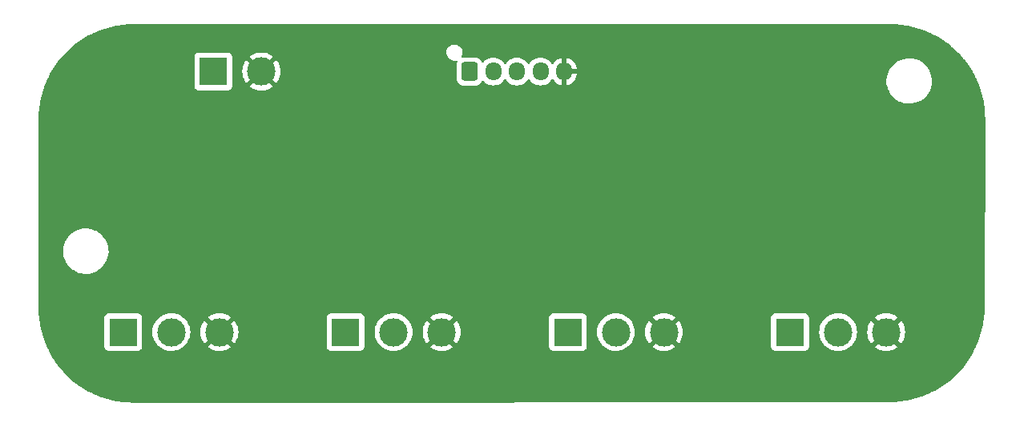
<source format=gbr>
%TF.GenerationSoftware,KiCad,Pcbnew,7.0.6+dfsg-1*%
%TF.CreationDate,2023-07-26T00:10:48-03:00*%
%TF.ProjectId,PWM_breakout_board,50574d5f-6272-4656-916b-6f75745f626f,rev?*%
%TF.SameCoordinates,Original*%
%TF.FileFunction,Copper,L1,Top*%
%TF.FilePolarity,Positive*%
%FSLAX46Y46*%
G04 Gerber Fmt 4.6, Leading zero omitted, Abs format (unit mm)*
G04 Created by KiCad (PCBNEW 7.0.6+dfsg-1) date 2023-07-26 00:10:48*
%MOMM*%
%LPD*%
G01*
G04 APERTURE LIST*
G04 Aperture macros list*
%AMRoundRect*
0 Rectangle with rounded corners*
0 $1 Rounding radius*
0 $2 $3 $4 $5 $6 $7 $8 $9 X,Y pos of 4 corners*
0 Add a 4 corners polygon primitive as box body*
4,1,4,$2,$3,$4,$5,$6,$7,$8,$9,$2,$3,0*
0 Add four circle primitives for the rounded corners*
1,1,$1+$1,$2,$3*
1,1,$1+$1,$4,$5*
1,1,$1+$1,$6,$7*
1,1,$1+$1,$8,$9*
0 Add four rect primitives between the rounded corners*
20,1,$1+$1,$2,$3,$4,$5,0*
20,1,$1+$1,$4,$5,$6,$7,0*
20,1,$1+$1,$6,$7,$8,$9,0*
20,1,$1+$1,$8,$9,$2,$3,0*%
G04 Aperture macros list end*
%TA.AperFunction,ComponentPad*%
%ADD10R,3.000000X3.000000*%
%TD*%
%TA.AperFunction,ComponentPad*%
%ADD11C,3.000000*%
%TD*%
%TA.AperFunction,ComponentPad*%
%ADD12RoundRect,0.250000X-0.600000X-0.725000X0.600000X-0.725000X0.600000X0.725000X-0.600000X0.725000X0*%
%TD*%
%TA.AperFunction,ComponentPad*%
%ADD13O,1.700000X1.950000*%
%TD*%
G04 APERTURE END LIST*
D10*
%TO.P,J5,1,Pin_1*%
%TO.N,VCC*%
X135920000Y-102542642D03*
D11*
%TO.P,J5,2,Pin_2*%
%TO.N,SIG3*%
X141000000Y-102542642D03*
%TO.P,J5,3,Pin_3*%
%TO.N,GND*%
X146080000Y-102542642D03*
%TD*%
D10*
%TO.P,J4,1,Pin_1*%
%TO.N,VCC*%
X112434214Y-102542642D03*
D11*
%TO.P,J4,2,Pin_2*%
%TO.N,SIG2*%
X117514214Y-102542642D03*
%TO.P,J4,3,Pin_3*%
%TO.N,GND*%
X122594214Y-102542642D03*
%TD*%
D10*
%TO.P,J6,1,Pin_1*%
%TO.N,VCC*%
X159405786Y-102542642D03*
D11*
%TO.P,J6,2,Pin_2*%
%TO.N,SIG4*%
X164485786Y-102542642D03*
%TO.P,J6,3,Pin_3*%
%TO.N,GND*%
X169565786Y-102542642D03*
%TD*%
D10*
%TO.P,J3,1,Pin_1*%
%TO.N,VCC*%
X88948428Y-102542642D03*
D11*
%TO.P,J3,2,Pin_2*%
%TO.N,SIG1*%
X94028428Y-102542642D03*
%TO.P,J3,3,Pin_3*%
%TO.N,GND*%
X99108428Y-102542642D03*
%TD*%
D12*
%TO.P,J2,1,Pin_1*%
%TO.N,SIG1*%
X125542642Y-75000000D03*
D13*
%TO.P,J2,2,Pin_2*%
%TO.N,SIG2*%
X128042642Y-75000000D03*
%TO.P,J2,3,Pin_3*%
%TO.N,SIG3*%
X130542642Y-75000000D03*
%TO.P,J2,4,Pin_4*%
%TO.N,SIG4*%
X133042642Y-75000000D03*
%TO.P,J2,5,Pin_5*%
%TO.N,GND*%
X135542642Y-75000000D03*
%TD*%
D10*
%TO.P,J1,1,Pin_1*%
%TO.N,VCC*%
X98460000Y-75000000D03*
D11*
%TO.P,J1,2,Pin_2*%
%TO.N,GND*%
X103540000Y-75000000D03*
%TD*%
%TA.AperFunction,Conductor*%
%TO.N,GND*%
G36*
X170468692Y-70013590D02*
G01*
X170640785Y-70018990D01*
X170644409Y-70019211D01*
X171002624Y-70051763D01*
X171254232Y-70075548D01*
X171257664Y-70075971D01*
X171595778Y-70127433D01*
X171863034Y-70169764D01*
X171866226Y-70170359D01*
X172193245Y-70240559D01*
X172464793Y-70301258D01*
X172467833Y-70302021D01*
X172786157Y-70390761D01*
X173057275Y-70469529D01*
X173060187Y-70470455D01*
X173125025Y-70492829D01*
X173370159Y-70577420D01*
X173638306Y-70673959D01*
X173640938Y-70674977D01*
X173942461Y-70799873D01*
X174206809Y-70914267D01*
X174500425Y-71057230D01*
X174758150Y-71188549D01*
X175041873Y-71348570D01*
X175291483Y-71496191D01*
X175564521Y-71672723D01*
X175804878Y-71836071D01*
X175887166Y-71896620D01*
X176066392Y-72028497D01*
X176296340Y-72206864D01*
X176430809Y-72318930D01*
X176545551Y-72414556D01*
X176763992Y-72607138D01*
X177000131Y-72829426D01*
X177124390Y-72953685D01*
X177206083Y-73035378D01*
X177244425Y-73076109D01*
X177428381Y-73271530D01*
X177620961Y-73489969D01*
X177704481Y-73590186D01*
X177810251Y-73717101D01*
X177828663Y-73739193D01*
X177965778Y-73915961D01*
X178007009Y-73969116D01*
X178174816Y-74197171D01*
X178199447Y-74230646D01*
X178362797Y-74471009D01*
X178539326Y-74744043D01*
X178686938Y-74993641D01*
X178729043Y-75068295D01*
X178846979Y-75277403D01*
X178978273Y-75535084D01*
X179121237Y-75828702D01*
X179235657Y-76093113D01*
X179360510Y-76394536D01*
X179361564Y-76397261D01*
X179458086Y-76665360D01*
X179565057Y-76975353D01*
X179565987Y-76978281D01*
X179644744Y-77249365D01*
X179733476Y-77567665D01*
X179734260Y-77570789D01*
X179794935Y-77842227D01*
X179865137Y-78169265D01*
X179865755Y-78172579D01*
X179908083Y-78439831D01*
X179959525Y-78777827D01*
X179959956Y-78781322D01*
X179983766Y-79033200D01*
X180016288Y-79391098D01*
X180016512Y-79394762D01*
X180021672Y-79558925D01*
X180035030Y-80001008D01*
X179964150Y-99877326D01*
X179963966Y-99877944D01*
X179963966Y-99928932D01*
X179951536Y-100340270D01*
X179945421Y-100534793D01*
X179945197Y-100538456D01*
X179913660Y-100885505D01*
X179888822Y-101148261D01*
X179888391Y-101151756D01*
X179837994Y-101482888D01*
X179794572Y-101757044D01*
X179793954Y-101760358D01*
X179724848Y-102082286D01*
X179663029Y-102358848D01*
X179662245Y-102361972D01*
X179574655Y-102676176D01*
X179494698Y-102951390D01*
X179493768Y-102954317D01*
X179387970Y-103260909D01*
X179290227Y-103532398D01*
X179289173Y-103535123D01*
X179165527Y-103833632D01*
X179049828Y-104100999D01*
X178908161Y-104391954D01*
X178775492Y-104652333D01*
X178616830Y-104933647D01*
X178467758Y-105185714D01*
X178292665Y-105456527D01*
X178127804Y-105699114D01*
X177936861Y-105958613D01*
X177756928Y-106190578D01*
X177550791Y-106437926D01*
X177356540Y-106658260D01*
X177135908Y-106892641D01*
X176928174Y-107100375D01*
X176693793Y-107321007D01*
X176473459Y-107515258D01*
X176226107Y-107721400D01*
X175994162Y-107901314D01*
X175734626Y-108092285D01*
X175492095Y-108257109D01*
X175221233Y-108432235D01*
X174969202Y-108581286D01*
X174687855Y-108739966D01*
X174427516Y-108872615D01*
X174136523Y-109014301D01*
X173869160Y-109129999D01*
X173570678Y-109253634D01*
X173567953Y-109254688D01*
X173296415Y-109352449D01*
X172989851Y-109458237D01*
X172986924Y-109459167D01*
X172711710Y-109539124D01*
X172397509Y-109626713D01*
X172394385Y-109627497D01*
X172117867Y-109689307D01*
X171795882Y-109758425D01*
X171792568Y-109759043D01*
X171518421Y-109802464D01*
X171187307Y-109852858D01*
X171183813Y-109853289D01*
X170920896Y-109878143D01*
X170573992Y-109909667D01*
X170570328Y-109909891D01*
X170374914Y-109916032D01*
X169966439Y-109928375D01*
X169965719Y-109928187D01*
X169964021Y-109928432D01*
X169963966Y-109928432D01*
X89999997Y-109999499D01*
X89586257Y-109986997D01*
X89394204Y-109980961D01*
X89390540Y-109980737D01*
X89042332Y-109949095D01*
X88780734Y-109924366D01*
X88777239Y-109923935D01*
X88445318Y-109873418D01*
X88171969Y-109830124D01*
X88168655Y-109829506D01*
X87846137Y-109760274D01*
X87570155Y-109698584D01*
X87567031Y-109697800D01*
X87252387Y-109610087D01*
X87195834Y-109593657D01*
X86977619Y-109530259D01*
X86974692Y-109529329D01*
X86667763Y-109423415D01*
X86396599Y-109325790D01*
X86393874Y-109324736D01*
X86095077Y-109200971D01*
X85828014Y-109085402D01*
X85536771Y-108943595D01*
X85276684Y-108811075D01*
X84995111Y-108652267D01*
X84743308Y-108503351D01*
X84472231Y-108328086D01*
X84331588Y-108232505D01*
X84229926Y-108163416D01*
X83970180Y-107972292D01*
X83738445Y-107792539D01*
X83490889Y-107586227D01*
X83270767Y-107392163D01*
X83036189Y-107171346D01*
X82828653Y-106963810D01*
X82607836Y-106729232D01*
X82413772Y-106509110D01*
X82406630Y-106500541D01*
X82207452Y-106261545D01*
X82027702Y-106029812D01*
X81836583Y-105770073D01*
X81788359Y-105699114D01*
X81671923Y-105527784D01*
X81496643Y-105256684D01*
X81454672Y-105185714D01*
X81347740Y-105004901D01*
X81188920Y-104723307D01*
X81056404Y-104463228D01*
X80914597Y-104171985D01*
X80879340Y-104090512D01*
X86947928Y-104090512D01*
X86947929Y-104090518D01*
X86954336Y-104150125D01*
X87004630Y-104284970D01*
X87004634Y-104284977D01*
X87090880Y-104400186D01*
X87090883Y-104400189D01*
X87206092Y-104486435D01*
X87206099Y-104486439D01*
X87340945Y-104536733D01*
X87340944Y-104536733D01*
X87347872Y-104537477D01*
X87400555Y-104543142D01*
X90496300Y-104543141D01*
X90555911Y-104536733D01*
X90690759Y-104486438D01*
X90805974Y-104400188D01*
X90892224Y-104284973D01*
X90942519Y-104150125D01*
X90948928Y-104090515D01*
X90948928Y-102542643D01*
X92022818Y-102542643D01*
X92043232Y-102828075D01*
X92104056Y-103107679D01*
X92104058Y-103107685D01*
X92104059Y-103107688D01*
X92176773Y-103302642D01*
X92204063Y-103375808D01*
X92341198Y-103626951D01*
X92341203Y-103626959D01*
X92512682Y-103856029D01*
X92512698Y-103856047D01*
X92715022Y-104058371D01*
X92715040Y-104058387D01*
X92944110Y-104229866D01*
X92944118Y-104229871D01*
X93195261Y-104367006D01*
X93195260Y-104367006D01*
X93195264Y-104367007D01*
X93195267Y-104367009D01*
X93463382Y-104467011D01*
X93463388Y-104467012D01*
X93463390Y-104467013D01*
X93742994Y-104527837D01*
X93742996Y-104527837D01*
X93743000Y-104527838D01*
X93996648Y-104545979D01*
X94028427Y-104548252D01*
X94028428Y-104548252D01*
X94028429Y-104548252D01*
X94057023Y-104546206D01*
X94313856Y-104527838D01*
X94504170Y-104486438D01*
X94593465Y-104467013D01*
X94593465Y-104467012D01*
X94593474Y-104467011D01*
X94861589Y-104367009D01*
X95112743Y-104229868D01*
X95341823Y-104058381D01*
X95544167Y-103856037D01*
X95715654Y-103626957D01*
X95852795Y-103375803D01*
X95952797Y-103107688D01*
X95986161Y-102954317D01*
X96013623Y-102828075D01*
X96013623Y-102828074D01*
X96013624Y-102828070D01*
X96034038Y-102542643D01*
X97103319Y-102542643D01*
X97123728Y-102828004D01*
X97184537Y-103107537D01*
X97284519Y-103375600D01*
X97421619Y-103626680D01*
X97421624Y-103626688D01*
X97528310Y-103769203D01*
X97528311Y-103769204D01*
X98423623Y-102873892D01*
X98445768Y-102925229D01*
X98551861Y-103067736D01*
X98687958Y-103181936D01*
X98777644Y-103226977D01*
X97881864Y-104122757D01*
X98024388Y-104229449D01*
X98024389Y-104229450D01*
X98275470Y-104366550D01*
X98275469Y-104366550D01*
X98543532Y-104466532D01*
X98823065Y-104527341D01*
X99108427Y-104547751D01*
X99108429Y-104547751D01*
X99393790Y-104527341D01*
X99673323Y-104466532D01*
X99941386Y-104366550D01*
X100192475Y-104229445D01*
X100334989Y-104122758D01*
X100334990Y-104122757D01*
X100302745Y-104090512D01*
X110433714Y-104090512D01*
X110433715Y-104090518D01*
X110440122Y-104150125D01*
X110490416Y-104284970D01*
X110490420Y-104284977D01*
X110576666Y-104400186D01*
X110576669Y-104400189D01*
X110691878Y-104486435D01*
X110691885Y-104486439D01*
X110826731Y-104536733D01*
X110826730Y-104536733D01*
X110833658Y-104537477D01*
X110886341Y-104543142D01*
X113982086Y-104543141D01*
X114041697Y-104536733D01*
X114176545Y-104486438D01*
X114291760Y-104400188D01*
X114378010Y-104284973D01*
X114428305Y-104150125D01*
X114434714Y-104090515D01*
X114434714Y-102542643D01*
X115508604Y-102542643D01*
X115529018Y-102828075D01*
X115589842Y-103107679D01*
X115589844Y-103107685D01*
X115589845Y-103107688D01*
X115662559Y-103302642D01*
X115689849Y-103375808D01*
X115826984Y-103626951D01*
X115826989Y-103626959D01*
X115998468Y-103856029D01*
X115998484Y-103856047D01*
X116200808Y-104058371D01*
X116200826Y-104058387D01*
X116429896Y-104229866D01*
X116429904Y-104229871D01*
X116681047Y-104367006D01*
X116681046Y-104367006D01*
X116681050Y-104367007D01*
X116681053Y-104367009D01*
X116949168Y-104467011D01*
X116949174Y-104467012D01*
X116949176Y-104467013D01*
X117228780Y-104527837D01*
X117228782Y-104527837D01*
X117228786Y-104527838D01*
X117482434Y-104545979D01*
X117514213Y-104548252D01*
X117514214Y-104548252D01*
X117514215Y-104548252D01*
X117542809Y-104546206D01*
X117799642Y-104527838D01*
X117989956Y-104486438D01*
X118079251Y-104467013D01*
X118079251Y-104467012D01*
X118079260Y-104467011D01*
X118347375Y-104367009D01*
X118598529Y-104229868D01*
X118827609Y-104058381D01*
X119029953Y-103856037D01*
X119201440Y-103626957D01*
X119338581Y-103375803D01*
X119438583Y-103107688D01*
X119471947Y-102954317D01*
X119499409Y-102828075D01*
X119499409Y-102828074D01*
X119499410Y-102828070D01*
X119519824Y-102542643D01*
X120589104Y-102542643D01*
X120609514Y-102828004D01*
X120670323Y-103107537D01*
X120770305Y-103375600D01*
X120907405Y-103626680D01*
X120907410Y-103626688D01*
X121014096Y-103769203D01*
X121014097Y-103769204D01*
X121909409Y-102873892D01*
X121931554Y-102925229D01*
X122037647Y-103067736D01*
X122173744Y-103181936D01*
X122263430Y-103226977D01*
X121367650Y-104122757D01*
X121510174Y-104229449D01*
X121510175Y-104229450D01*
X121761256Y-104366550D01*
X121761255Y-104366550D01*
X122029318Y-104466532D01*
X122308851Y-104527341D01*
X122594213Y-104547751D01*
X122594215Y-104547751D01*
X122879576Y-104527341D01*
X123159109Y-104466532D01*
X123427172Y-104366550D01*
X123678261Y-104229445D01*
X123820775Y-104122758D01*
X123820776Y-104122757D01*
X123788531Y-104090512D01*
X133919500Y-104090512D01*
X133919501Y-104090518D01*
X133925908Y-104150125D01*
X133976202Y-104284970D01*
X133976206Y-104284977D01*
X134062452Y-104400186D01*
X134062455Y-104400189D01*
X134177664Y-104486435D01*
X134177671Y-104486439D01*
X134312517Y-104536733D01*
X134312516Y-104536733D01*
X134319444Y-104537477D01*
X134372127Y-104543142D01*
X137467872Y-104543141D01*
X137527483Y-104536733D01*
X137662331Y-104486438D01*
X137777546Y-104400188D01*
X137863796Y-104284973D01*
X137914091Y-104150125D01*
X137920500Y-104090515D01*
X137920500Y-102542643D01*
X138994390Y-102542643D01*
X139014804Y-102828075D01*
X139075628Y-103107679D01*
X139075630Y-103107685D01*
X139075631Y-103107688D01*
X139148345Y-103302642D01*
X139175635Y-103375808D01*
X139312770Y-103626951D01*
X139312775Y-103626959D01*
X139484254Y-103856029D01*
X139484270Y-103856047D01*
X139686594Y-104058371D01*
X139686612Y-104058387D01*
X139915682Y-104229866D01*
X139915690Y-104229871D01*
X140166833Y-104367006D01*
X140166832Y-104367006D01*
X140166836Y-104367007D01*
X140166839Y-104367009D01*
X140434954Y-104467011D01*
X140434960Y-104467012D01*
X140434962Y-104467013D01*
X140714566Y-104527837D01*
X140714568Y-104527837D01*
X140714572Y-104527838D01*
X140968220Y-104545979D01*
X140999999Y-104548252D01*
X141000000Y-104548252D01*
X141000001Y-104548252D01*
X141028595Y-104546206D01*
X141285428Y-104527838D01*
X141475742Y-104486438D01*
X141565037Y-104467013D01*
X141565037Y-104467012D01*
X141565046Y-104467011D01*
X141833161Y-104367009D01*
X142084315Y-104229868D01*
X142313395Y-104058381D01*
X142515739Y-103856037D01*
X142687226Y-103626957D01*
X142824367Y-103375803D01*
X142924369Y-103107688D01*
X142957733Y-102954317D01*
X142985195Y-102828075D01*
X142985195Y-102828074D01*
X142985196Y-102828070D01*
X143005610Y-102542643D01*
X144074891Y-102542643D01*
X144095300Y-102828004D01*
X144156109Y-103107537D01*
X144256091Y-103375600D01*
X144393191Y-103626680D01*
X144393196Y-103626688D01*
X144499882Y-103769203D01*
X144499883Y-103769204D01*
X145395195Y-102873892D01*
X145417340Y-102925229D01*
X145523433Y-103067736D01*
X145659530Y-103181936D01*
X145749216Y-103226977D01*
X144853436Y-104122757D01*
X144995960Y-104229449D01*
X144995961Y-104229450D01*
X145247042Y-104366550D01*
X145247041Y-104366550D01*
X145515104Y-104466532D01*
X145794637Y-104527341D01*
X146079999Y-104547751D01*
X146080001Y-104547751D01*
X146365362Y-104527341D01*
X146644895Y-104466532D01*
X146912958Y-104366550D01*
X147164047Y-104229445D01*
X147306561Y-104122758D01*
X147306562Y-104122757D01*
X147274317Y-104090512D01*
X157405286Y-104090512D01*
X157405287Y-104090518D01*
X157411694Y-104150125D01*
X157461988Y-104284970D01*
X157461992Y-104284977D01*
X157548238Y-104400186D01*
X157548241Y-104400189D01*
X157663450Y-104486435D01*
X157663457Y-104486439D01*
X157798303Y-104536733D01*
X157798302Y-104536733D01*
X157805230Y-104537477D01*
X157857913Y-104543142D01*
X160953658Y-104543141D01*
X161013269Y-104536733D01*
X161148117Y-104486438D01*
X161263332Y-104400188D01*
X161349582Y-104284973D01*
X161399877Y-104150125D01*
X161406286Y-104090515D01*
X161406286Y-102542643D01*
X162480176Y-102542643D01*
X162500590Y-102828075D01*
X162561414Y-103107679D01*
X162561416Y-103107685D01*
X162561417Y-103107688D01*
X162634131Y-103302642D01*
X162661421Y-103375808D01*
X162798556Y-103626951D01*
X162798561Y-103626959D01*
X162970040Y-103856029D01*
X162970056Y-103856047D01*
X163172380Y-104058371D01*
X163172398Y-104058387D01*
X163401468Y-104229866D01*
X163401476Y-104229871D01*
X163652619Y-104367006D01*
X163652618Y-104367006D01*
X163652622Y-104367007D01*
X163652625Y-104367009D01*
X163920740Y-104467011D01*
X163920746Y-104467012D01*
X163920748Y-104467013D01*
X164200352Y-104527837D01*
X164200354Y-104527837D01*
X164200358Y-104527838D01*
X164454006Y-104545979D01*
X164485785Y-104548252D01*
X164485786Y-104548252D01*
X164485787Y-104548252D01*
X164514381Y-104546206D01*
X164771214Y-104527838D01*
X164961528Y-104486438D01*
X165050823Y-104467013D01*
X165050823Y-104467012D01*
X165050832Y-104467011D01*
X165318947Y-104367009D01*
X165570101Y-104229868D01*
X165799181Y-104058381D01*
X166001525Y-103856037D01*
X166173012Y-103626957D01*
X166310153Y-103375803D01*
X166410155Y-103107688D01*
X166443519Y-102954317D01*
X166470981Y-102828075D01*
X166470981Y-102828074D01*
X166470982Y-102828070D01*
X166491396Y-102542643D01*
X167560677Y-102542643D01*
X167581086Y-102828004D01*
X167641895Y-103107537D01*
X167741877Y-103375600D01*
X167878977Y-103626680D01*
X167878982Y-103626688D01*
X167985668Y-103769203D01*
X167985669Y-103769204D01*
X168880981Y-102873892D01*
X168903126Y-102925229D01*
X169009219Y-103067736D01*
X169145316Y-103181936D01*
X169235002Y-103226977D01*
X168339222Y-104122757D01*
X168481746Y-104229449D01*
X168481747Y-104229450D01*
X168732828Y-104366550D01*
X168732827Y-104366550D01*
X169000890Y-104466532D01*
X169280423Y-104527341D01*
X169565785Y-104547751D01*
X169565787Y-104547751D01*
X169851148Y-104527341D01*
X170130681Y-104466532D01*
X170398744Y-104366550D01*
X170649833Y-104229445D01*
X170792347Y-104122758D01*
X170792348Y-104122757D01*
X169899534Y-103229942D01*
X169909195Y-103226426D01*
X170057630Y-103128799D01*
X170179550Y-102999572D01*
X170251554Y-102874857D01*
X171145901Y-103769204D01*
X171145902Y-103769203D01*
X171252589Y-103626689D01*
X171389694Y-103375600D01*
X171489676Y-103107537D01*
X171550485Y-102828004D01*
X171570895Y-102542643D01*
X171570895Y-102542640D01*
X171550485Y-102257279D01*
X171489676Y-101977746D01*
X171389694Y-101709683D01*
X171252594Y-101458603D01*
X171252593Y-101458602D01*
X171145901Y-101316078D01*
X170250589Y-102211389D01*
X170228446Y-102160055D01*
X170122353Y-102017548D01*
X169986256Y-101903348D01*
X169896568Y-101858305D01*
X170792348Y-100962525D01*
X170792347Y-100962524D01*
X170649832Y-100855838D01*
X170649824Y-100855833D01*
X170398743Y-100718733D01*
X170398744Y-100718733D01*
X170130681Y-100618751D01*
X169851148Y-100557942D01*
X169565787Y-100537533D01*
X169565785Y-100537533D01*
X169280423Y-100557942D01*
X169000890Y-100618751D01*
X168732827Y-100718733D01*
X168481747Y-100855833D01*
X168481739Y-100855838D01*
X168339223Y-100962524D01*
X168339222Y-100962525D01*
X169232038Y-101855341D01*
X169222377Y-101858858D01*
X169073942Y-101956485D01*
X168952022Y-102085712D01*
X168880017Y-102210426D01*
X167985669Y-101316078D01*
X167985668Y-101316079D01*
X167878982Y-101458595D01*
X167878977Y-101458603D01*
X167741877Y-101709683D01*
X167641895Y-101977746D01*
X167581086Y-102257279D01*
X167560677Y-102542640D01*
X167560677Y-102542643D01*
X166491396Y-102542643D01*
X166491396Y-102542642D01*
X166470982Y-102257214D01*
X166467144Y-102239572D01*
X166410157Y-101977604D01*
X166410156Y-101977602D01*
X166410155Y-101977596D01*
X166310153Y-101709481D01*
X166225560Y-101554562D01*
X166173015Y-101458332D01*
X166173010Y-101458324D01*
X166001531Y-101229254D01*
X166001515Y-101229236D01*
X165799191Y-101026912D01*
X165799173Y-101026896D01*
X165570103Y-100855417D01*
X165570095Y-100855412D01*
X165318952Y-100718277D01*
X165318953Y-100718277D01*
X165211700Y-100678274D01*
X165050832Y-100618273D01*
X165050829Y-100618272D01*
X165050823Y-100618270D01*
X164771219Y-100557446D01*
X164485787Y-100537032D01*
X164485785Y-100537032D01*
X164200352Y-100557446D01*
X163920748Y-100618270D01*
X163652619Y-100718277D01*
X163401476Y-100855412D01*
X163401468Y-100855417D01*
X163172398Y-101026896D01*
X163172380Y-101026912D01*
X162970056Y-101229236D01*
X162970040Y-101229254D01*
X162798561Y-101458324D01*
X162798556Y-101458332D01*
X162661421Y-101709475D01*
X162561414Y-101977604D01*
X162500590Y-102257208D01*
X162480176Y-102542640D01*
X162480176Y-102542643D01*
X161406286Y-102542643D01*
X161406285Y-100994770D01*
X161399877Y-100935159D01*
X161381357Y-100885505D01*
X161349583Y-100800313D01*
X161349579Y-100800306D01*
X161263333Y-100685097D01*
X161263330Y-100685094D01*
X161148121Y-100598848D01*
X161148114Y-100598844D01*
X161013268Y-100548550D01*
X161013269Y-100548550D01*
X160953669Y-100542143D01*
X160953667Y-100542142D01*
X160953659Y-100542142D01*
X160953650Y-100542142D01*
X157857915Y-100542142D01*
X157857909Y-100542143D01*
X157798302Y-100548550D01*
X157663457Y-100598844D01*
X157663450Y-100598848D01*
X157548241Y-100685094D01*
X157548238Y-100685097D01*
X157461992Y-100800306D01*
X157461988Y-100800313D01*
X157411694Y-100935159D01*
X157405287Y-100994758D01*
X157405287Y-100994765D01*
X157405286Y-100994777D01*
X157405286Y-104090512D01*
X147274317Y-104090512D01*
X146413748Y-103229942D01*
X146423409Y-103226426D01*
X146571844Y-103128799D01*
X146693764Y-102999572D01*
X146765768Y-102874857D01*
X147660115Y-103769204D01*
X147660116Y-103769203D01*
X147766803Y-103626689D01*
X147903908Y-103375600D01*
X148003890Y-103107537D01*
X148064699Y-102828004D01*
X148085109Y-102542643D01*
X148085109Y-102542640D01*
X148064699Y-102257279D01*
X148003890Y-101977746D01*
X147903908Y-101709683D01*
X147766808Y-101458603D01*
X147766807Y-101458602D01*
X147660115Y-101316078D01*
X146764803Y-102211389D01*
X146742660Y-102160055D01*
X146636567Y-102017548D01*
X146500470Y-101903348D01*
X146410782Y-101858305D01*
X147306562Y-100962525D01*
X147306561Y-100962524D01*
X147164046Y-100855838D01*
X147164038Y-100855833D01*
X146912957Y-100718733D01*
X146912958Y-100718733D01*
X146644895Y-100618751D01*
X146365362Y-100557942D01*
X146080001Y-100537533D01*
X146079999Y-100537533D01*
X145794637Y-100557942D01*
X145515104Y-100618751D01*
X145247041Y-100718733D01*
X144995961Y-100855833D01*
X144995953Y-100855838D01*
X144853437Y-100962524D01*
X144853436Y-100962525D01*
X145746252Y-101855341D01*
X145736591Y-101858858D01*
X145588156Y-101956485D01*
X145466236Y-102085712D01*
X145394231Y-102210426D01*
X144499883Y-101316078D01*
X144499882Y-101316079D01*
X144393196Y-101458595D01*
X144393191Y-101458603D01*
X144256091Y-101709683D01*
X144156109Y-101977746D01*
X144095300Y-102257279D01*
X144074891Y-102542640D01*
X144074891Y-102542643D01*
X143005610Y-102542643D01*
X143005610Y-102542642D01*
X142985196Y-102257214D01*
X142981358Y-102239572D01*
X142924371Y-101977604D01*
X142924370Y-101977602D01*
X142924369Y-101977596D01*
X142824367Y-101709481D01*
X142739774Y-101554562D01*
X142687229Y-101458332D01*
X142687224Y-101458324D01*
X142515745Y-101229254D01*
X142515729Y-101229236D01*
X142313405Y-101026912D01*
X142313387Y-101026896D01*
X142084317Y-100855417D01*
X142084309Y-100855412D01*
X141833166Y-100718277D01*
X141833167Y-100718277D01*
X141725914Y-100678274D01*
X141565046Y-100618273D01*
X141565043Y-100618272D01*
X141565037Y-100618270D01*
X141285433Y-100557446D01*
X141000001Y-100537032D01*
X140999999Y-100537032D01*
X140714566Y-100557446D01*
X140434962Y-100618270D01*
X140166833Y-100718277D01*
X139915690Y-100855412D01*
X139915682Y-100855417D01*
X139686612Y-101026896D01*
X139686594Y-101026912D01*
X139484270Y-101229236D01*
X139484254Y-101229254D01*
X139312775Y-101458324D01*
X139312770Y-101458332D01*
X139175635Y-101709475D01*
X139075628Y-101977604D01*
X139014804Y-102257208D01*
X138994390Y-102542640D01*
X138994390Y-102542643D01*
X137920500Y-102542643D01*
X137920499Y-100994770D01*
X137914091Y-100935159D01*
X137895571Y-100885505D01*
X137863797Y-100800313D01*
X137863793Y-100800306D01*
X137777547Y-100685097D01*
X137777544Y-100685094D01*
X137662335Y-100598848D01*
X137662328Y-100598844D01*
X137527482Y-100548550D01*
X137527483Y-100548550D01*
X137467883Y-100542143D01*
X137467881Y-100542142D01*
X137467873Y-100542142D01*
X137467864Y-100542142D01*
X134372129Y-100542142D01*
X134372123Y-100542143D01*
X134312516Y-100548550D01*
X134177671Y-100598844D01*
X134177664Y-100598848D01*
X134062455Y-100685094D01*
X134062452Y-100685097D01*
X133976206Y-100800306D01*
X133976202Y-100800313D01*
X133925908Y-100935159D01*
X133919501Y-100994758D01*
X133919501Y-100994765D01*
X133919500Y-100994777D01*
X133919500Y-104090512D01*
X123788531Y-104090512D01*
X122927962Y-103229942D01*
X122937623Y-103226426D01*
X123086058Y-103128799D01*
X123207978Y-102999572D01*
X123279982Y-102874857D01*
X124174329Y-103769204D01*
X124174330Y-103769203D01*
X124281017Y-103626689D01*
X124418122Y-103375600D01*
X124518104Y-103107537D01*
X124578913Y-102828004D01*
X124599323Y-102542643D01*
X124599323Y-102542640D01*
X124578913Y-102257279D01*
X124518104Y-101977746D01*
X124418122Y-101709683D01*
X124281022Y-101458603D01*
X124281021Y-101458602D01*
X124174329Y-101316078D01*
X123279017Y-102211389D01*
X123256874Y-102160055D01*
X123150781Y-102017548D01*
X123014684Y-101903348D01*
X122924995Y-101858305D01*
X123820776Y-100962525D01*
X123820775Y-100962524D01*
X123678260Y-100855838D01*
X123678252Y-100855833D01*
X123427171Y-100718733D01*
X123427172Y-100718733D01*
X123159109Y-100618751D01*
X122879576Y-100557942D01*
X122594215Y-100537533D01*
X122594213Y-100537533D01*
X122308851Y-100557942D01*
X122029318Y-100618751D01*
X121761255Y-100718733D01*
X121510175Y-100855833D01*
X121510167Y-100855838D01*
X121367650Y-100962524D01*
X121367650Y-100962525D01*
X122260465Y-101855341D01*
X122250805Y-101858858D01*
X122102370Y-101956485D01*
X121980450Y-102085712D01*
X121908445Y-102210426D01*
X121014097Y-101316078D01*
X121014096Y-101316079D01*
X120907410Y-101458595D01*
X120907405Y-101458603D01*
X120770305Y-101709683D01*
X120670323Y-101977746D01*
X120609514Y-102257279D01*
X120589104Y-102542640D01*
X120589104Y-102542643D01*
X119519824Y-102542643D01*
X119519824Y-102542642D01*
X119499410Y-102257214D01*
X119495572Y-102239572D01*
X119438585Y-101977604D01*
X119438584Y-101977602D01*
X119438583Y-101977596D01*
X119338581Y-101709481D01*
X119253988Y-101554562D01*
X119201443Y-101458332D01*
X119201438Y-101458324D01*
X119029959Y-101229254D01*
X119029943Y-101229236D01*
X118827619Y-101026912D01*
X118827601Y-101026896D01*
X118598531Y-100855417D01*
X118598523Y-100855412D01*
X118347380Y-100718277D01*
X118347381Y-100718277D01*
X118240128Y-100678274D01*
X118079260Y-100618273D01*
X118079257Y-100618272D01*
X118079251Y-100618270D01*
X117799647Y-100557446D01*
X117514215Y-100537032D01*
X117514213Y-100537032D01*
X117228780Y-100557446D01*
X116949176Y-100618270D01*
X116681047Y-100718277D01*
X116429904Y-100855412D01*
X116429896Y-100855417D01*
X116200826Y-101026896D01*
X116200808Y-101026912D01*
X115998484Y-101229236D01*
X115998468Y-101229254D01*
X115826989Y-101458324D01*
X115826984Y-101458332D01*
X115689849Y-101709475D01*
X115589842Y-101977604D01*
X115529018Y-102257208D01*
X115508604Y-102542640D01*
X115508604Y-102542643D01*
X114434714Y-102542643D01*
X114434713Y-100994770D01*
X114428305Y-100935159D01*
X114409785Y-100885505D01*
X114378011Y-100800313D01*
X114378007Y-100800306D01*
X114291761Y-100685097D01*
X114291758Y-100685094D01*
X114176549Y-100598848D01*
X114176542Y-100598844D01*
X114041696Y-100548550D01*
X114041697Y-100548550D01*
X113982097Y-100542143D01*
X113982095Y-100542142D01*
X113982087Y-100542142D01*
X113982078Y-100542142D01*
X110886343Y-100542142D01*
X110886337Y-100542143D01*
X110826730Y-100548550D01*
X110691885Y-100598844D01*
X110691878Y-100598848D01*
X110576669Y-100685094D01*
X110576666Y-100685097D01*
X110490420Y-100800306D01*
X110490416Y-100800313D01*
X110440122Y-100935159D01*
X110433715Y-100994758D01*
X110433715Y-100994765D01*
X110433714Y-100994777D01*
X110433714Y-104090512D01*
X100302745Y-104090512D01*
X99442176Y-103229942D01*
X99451837Y-103226426D01*
X99600272Y-103128799D01*
X99722192Y-102999572D01*
X99794196Y-102874857D01*
X100688543Y-103769204D01*
X100688544Y-103769203D01*
X100795231Y-103626689D01*
X100932336Y-103375600D01*
X101032318Y-103107537D01*
X101093127Y-102828004D01*
X101113536Y-102542643D01*
X101113536Y-102542640D01*
X101093127Y-102257279D01*
X101032318Y-101977746D01*
X100932336Y-101709683D01*
X100795236Y-101458603D01*
X100795235Y-101458602D01*
X100688543Y-101316078D01*
X99793231Y-102211389D01*
X99771088Y-102160055D01*
X99664995Y-102017548D01*
X99528898Y-101903348D01*
X99439210Y-101858305D01*
X100334990Y-100962525D01*
X100334989Y-100962524D01*
X100192474Y-100855838D01*
X100192466Y-100855833D01*
X99941385Y-100718733D01*
X99941386Y-100718733D01*
X99673323Y-100618751D01*
X99393790Y-100557942D01*
X99108429Y-100537533D01*
X99108427Y-100537533D01*
X98823065Y-100557942D01*
X98543532Y-100618751D01*
X98275469Y-100718733D01*
X98024389Y-100855833D01*
X98024381Y-100855838D01*
X97881865Y-100962524D01*
X97881864Y-100962525D01*
X98774680Y-101855341D01*
X98765019Y-101858858D01*
X98616584Y-101956485D01*
X98494664Y-102085712D01*
X98422659Y-102210426D01*
X97528311Y-101316078D01*
X97528310Y-101316079D01*
X97421624Y-101458595D01*
X97421619Y-101458603D01*
X97284519Y-101709683D01*
X97184537Y-101977746D01*
X97123728Y-102257279D01*
X97103319Y-102542640D01*
X97103319Y-102542643D01*
X96034038Y-102542643D01*
X96034038Y-102542642D01*
X96013624Y-102257214D01*
X96009786Y-102239572D01*
X95952799Y-101977604D01*
X95952798Y-101977602D01*
X95952797Y-101977596D01*
X95852795Y-101709481D01*
X95768202Y-101554562D01*
X95715657Y-101458332D01*
X95715652Y-101458324D01*
X95544173Y-101229254D01*
X95544157Y-101229236D01*
X95341833Y-101026912D01*
X95341815Y-101026896D01*
X95112745Y-100855417D01*
X95112737Y-100855412D01*
X94861594Y-100718277D01*
X94861595Y-100718277D01*
X94754343Y-100678274D01*
X94593474Y-100618273D01*
X94593471Y-100618272D01*
X94593465Y-100618270D01*
X94313861Y-100557446D01*
X94028429Y-100537032D01*
X94028427Y-100537032D01*
X93742994Y-100557446D01*
X93463390Y-100618270D01*
X93195261Y-100718277D01*
X92944118Y-100855412D01*
X92944110Y-100855417D01*
X92715040Y-101026896D01*
X92715022Y-101026912D01*
X92512698Y-101229236D01*
X92512682Y-101229254D01*
X92341203Y-101458324D01*
X92341198Y-101458332D01*
X92204063Y-101709475D01*
X92104056Y-101977604D01*
X92043232Y-102257208D01*
X92022818Y-102542640D01*
X92022818Y-102542643D01*
X90948928Y-102542643D01*
X90948927Y-100994770D01*
X90942519Y-100935159D01*
X90923999Y-100885505D01*
X90892225Y-100800313D01*
X90892221Y-100800306D01*
X90805975Y-100685097D01*
X90805972Y-100685094D01*
X90690763Y-100598848D01*
X90690756Y-100598844D01*
X90555910Y-100548550D01*
X90555911Y-100548550D01*
X90496311Y-100542143D01*
X90496309Y-100542142D01*
X90496301Y-100542142D01*
X90496292Y-100542142D01*
X87400557Y-100542142D01*
X87400551Y-100542143D01*
X87340944Y-100548550D01*
X87206099Y-100598844D01*
X87206092Y-100598848D01*
X87090883Y-100685094D01*
X87090880Y-100685097D01*
X87004634Y-100800306D01*
X87004630Y-100800313D01*
X86954336Y-100935159D01*
X86947929Y-100994758D01*
X86947929Y-100994765D01*
X86947928Y-100994777D01*
X86947928Y-104090512D01*
X80879340Y-104090512D01*
X80865431Y-104058371D01*
X80799026Y-103904917D01*
X80675259Y-103606118D01*
X80674208Y-103603399D01*
X80649627Y-103535123D01*
X80576584Y-103332236D01*
X80470669Y-103025306D01*
X80469748Y-103022409D01*
X80389924Y-102747653D01*
X80302194Y-102432954D01*
X80301414Y-102429843D01*
X80262841Y-102257279D01*
X80239738Y-102153925D01*
X80170484Y-101831305D01*
X80169884Y-101828084D01*
X80126603Y-101554824D01*
X80076058Y-101222719D01*
X80075634Y-101219286D01*
X80050911Y-100957743D01*
X80019258Y-100609416D01*
X80019039Y-100605829D01*
X80012992Y-100413414D01*
X80000500Y-100000000D01*
X80000500Y-93922903D01*
X82595793Y-93922903D01*
X82605672Y-94230970D01*
X82605672Y-94230975D01*
X82605673Y-94230978D01*
X82654867Y-94535261D01*
X82699137Y-94684419D01*
X82742571Y-94830763D01*
X82867333Y-95112601D01*
X82867337Y-95112609D01*
X83027123Y-95376193D01*
X83027127Y-95376198D01*
X83027133Y-95376207D01*
X83219297Y-95617174D01*
X83219299Y-95617176D01*
X83219303Y-95617180D01*
X83219304Y-95617181D01*
X83440724Y-95831614D01*
X83607862Y-95956352D01*
X83687741Y-96015968D01*
X83687743Y-96015969D01*
X83687747Y-96015972D01*
X83956318Y-96167228D01*
X84097057Y-96224207D01*
X84242018Y-96282897D01*
X84242023Y-96282898D01*
X84242025Y-96282899D01*
X84540179Y-96361084D01*
X84845883Y-96400500D01*
X84845890Y-96400500D01*
X85076980Y-96400500D01*
X85175814Y-96394154D01*
X85307601Y-96385693D01*
X85610151Y-96326772D01*
X85902683Y-96229644D01*
X85902689Y-96229640D01*
X85902693Y-96229640D01*
X86093571Y-96137717D01*
X86180393Y-96095907D01*
X86438720Y-95927754D01*
X86673424Y-95727948D01*
X86880650Y-95499769D01*
X87056996Y-95246963D01*
X87199567Y-94973683D01*
X87306020Y-94684415D01*
X87374609Y-94383908D01*
X87404206Y-94077098D01*
X87394327Y-93769022D01*
X87345133Y-93464739D01*
X87257431Y-93169244D01*
X87257429Y-93169239D01*
X87257428Y-93169236D01*
X87132666Y-92887398D01*
X87132663Y-92887391D01*
X86972877Y-92623807D01*
X86972870Y-92623799D01*
X86972866Y-92623792D01*
X86780702Y-92382825D01*
X86780700Y-92382823D01*
X86559279Y-92168389D01*
X86559276Y-92168386D01*
X86430450Y-92072241D01*
X86312258Y-91984031D01*
X86312253Y-91984028D01*
X86043682Y-91832772D01*
X86006383Y-91817671D01*
X85757981Y-91717102D01*
X85590660Y-91673226D01*
X85459821Y-91638916D01*
X85154117Y-91599500D01*
X84923026Y-91599500D01*
X84923020Y-91599500D01*
X84692406Y-91614306D01*
X84692389Y-91614308D01*
X84389854Y-91673226D01*
X84389849Y-91673228D01*
X84097310Y-91770358D01*
X84097306Y-91770359D01*
X83819613Y-91904089D01*
X83819605Y-91904094D01*
X83561286Y-92072241D01*
X83561276Y-92072248D01*
X83326581Y-92272046D01*
X83326571Y-92272056D01*
X83119354Y-92500225D01*
X83119350Y-92500229D01*
X82943005Y-92753033D01*
X82943003Y-92753037D01*
X82800432Y-93026319D01*
X82800429Y-93026326D01*
X82693981Y-93315580D01*
X82693979Y-93315590D01*
X82625391Y-93616089D01*
X82595794Y-93922902D01*
X82595793Y-93922903D01*
X80000500Y-93922903D01*
X80000500Y-79999999D01*
X80000505Y-79999819D01*
X80013015Y-79585824D01*
X80019039Y-79394164D01*
X80019258Y-79390588D01*
X80050929Y-79042056D01*
X80075635Y-78780705D01*
X80076056Y-78777289D01*
X80126583Y-78445304D01*
X80169886Y-78171901D01*
X80170482Y-78168708D01*
X80239735Y-77846090D01*
X80301422Y-77570121D01*
X80302187Y-77567073D01*
X80389931Y-77252319D01*
X80469755Y-76977567D01*
X80470658Y-76974724D01*
X80576591Y-76667743D01*
X80598286Y-76607483D01*
X80619748Y-76547870D01*
X96459500Y-76547870D01*
X96459501Y-76547876D01*
X96465908Y-76607483D01*
X96516202Y-76742328D01*
X96516206Y-76742335D01*
X96602452Y-76857544D01*
X96602455Y-76857547D01*
X96717664Y-76943793D01*
X96717671Y-76943797D01*
X96852517Y-76994091D01*
X96852516Y-76994091D01*
X96859444Y-76994835D01*
X96912127Y-77000500D01*
X100007872Y-77000499D01*
X100067483Y-76994091D01*
X100202331Y-76943796D01*
X100317546Y-76857546D01*
X100403796Y-76742331D01*
X100454091Y-76607483D01*
X100460500Y-76547873D01*
X100460500Y-75000001D01*
X101534891Y-75000001D01*
X101555300Y-75285362D01*
X101616109Y-75564895D01*
X101716091Y-75832958D01*
X101853191Y-76084038D01*
X101853196Y-76084046D01*
X101959882Y-76226561D01*
X101959883Y-76226562D01*
X102855195Y-75331250D01*
X102877340Y-75382587D01*
X102983433Y-75525094D01*
X103119530Y-75639294D01*
X103209216Y-75684335D01*
X102313436Y-76580115D01*
X102455960Y-76686807D01*
X102455961Y-76686808D01*
X102707042Y-76823908D01*
X102707041Y-76823908D01*
X102975104Y-76923890D01*
X103254637Y-76984699D01*
X103539999Y-77005109D01*
X103540001Y-77005109D01*
X103825362Y-76984699D01*
X104104895Y-76923890D01*
X104372958Y-76823908D01*
X104624047Y-76686803D01*
X104766561Y-76580116D01*
X104766562Y-76580115D01*
X103873748Y-75687300D01*
X103883409Y-75683784D01*
X104031844Y-75586157D01*
X104153764Y-75456930D01*
X104225768Y-75332215D01*
X105120115Y-76226562D01*
X105120116Y-76226561D01*
X105226803Y-76084047D01*
X105363908Y-75832958D01*
X105463890Y-75564895D01*
X105524699Y-75285362D01*
X105545108Y-75000001D01*
X105545108Y-74999998D01*
X105524699Y-74714637D01*
X105463890Y-74435104D01*
X105363908Y-74167041D01*
X105226808Y-73915961D01*
X105226807Y-73915960D01*
X105120115Y-73773436D01*
X104224803Y-74668747D01*
X104202660Y-74617413D01*
X104096567Y-74474906D01*
X103960470Y-74360706D01*
X103870782Y-74315663D01*
X104766562Y-73419883D01*
X104766561Y-73419882D01*
X104624046Y-73313196D01*
X104624038Y-73313191D01*
X104372957Y-73176091D01*
X104372958Y-73176091D01*
X104104895Y-73076109D01*
X103825362Y-73015300D01*
X103540001Y-72994891D01*
X103539999Y-72994891D01*
X103254637Y-73015300D01*
X102975104Y-73076109D01*
X102707041Y-73176091D01*
X102455961Y-73313191D01*
X102455953Y-73313196D01*
X102313437Y-73419882D01*
X102313436Y-73419883D01*
X103206252Y-74312699D01*
X103196591Y-74316216D01*
X103048156Y-74413843D01*
X102926236Y-74543070D01*
X102854231Y-74667784D01*
X101959883Y-73773436D01*
X101959882Y-73773437D01*
X101853196Y-73915953D01*
X101853191Y-73915961D01*
X101716091Y-74167041D01*
X101616109Y-74435104D01*
X101555300Y-74714637D01*
X101534891Y-74999998D01*
X101534891Y-75000001D01*
X100460500Y-75000001D01*
X100460499Y-73452128D01*
X100454091Y-73392517D01*
X100445363Y-73369117D01*
X100403797Y-73257671D01*
X100403793Y-73257664D01*
X100317547Y-73142455D01*
X100317544Y-73142452D01*
X100202335Y-73056206D01*
X100202328Y-73056202D01*
X100067482Y-73005908D01*
X100067483Y-73005908D01*
X100007883Y-72999501D01*
X100007881Y-72999500D01*
X100007873Y-72999500D01*
X100007864Y-72999500D01*
X96912129Y-72999500D01*
X96912123Y-72999501D01*
X96852516Y-73005908D01*
X96717671Y-73056202D01*
X96717664Y-73056206D01*
X96602455Y-73142452D01*
X96602452Y-73142455D01*
X96516206Y-73257664D01*
X96516202Y-73257671D01*
X96465908Y-73392517D01*
X96459501Y-73452116D01*
X96459501Y-73452123D01*
X96459500Y-73452135D01*
X96459500Y-76547870D01*
X80619748Y-76547870D01*
X80674224Y-76396556D01*
X80675247Y-76393910D01*
X80799046Y-76095033D01*
X80914592Y-75828022D01*
X81056404Y-75536771D01*
X81169106Y-75315580D01*
X81188923Y-75276686D01*
X81347743Y-74995091D01*
X81496634Y-74743330D01*
X81671925Y-74472213D01*
X81836569Y-74229945D01*
X82027725Y-73970156D01*
X82207446Y-73738461D01*
X82413784Y-73490875D01*
X82607812Y-73270792D01*
X82828669Y-73036172D01*
X82911156Y-72953685D01*
X123088382Y-72953685D01*
X123098397Y-73138406D01*
X123098397Y-73138411D01*
X123147886Y-73316656D01*
X123147889Y-73316662D01*
X123234540Y-73480102D01*
X123337716Y-73601570D01*
X123354305Y-73621100D01*
X123501578Y-73733054D01*
X123669475Y-73810732D01*
X123669476Y-73810732D01*
X123669478Y-73810733D01*
X123724290Y-73822797D01*
X123850145Y-73850500D01*
X123850148Y-73850500D01*
X123988749Y-73850500D01*
X123988755Y-73850500D01*
X124112241Y-73837070D01*
X124181015Y-73849391D01*
X124232211Y-73896938D01*
X124249573Y-73964616D01*
X124243353Y-73999346D01*
X124202643Y-74122200D01*
X124202642Y-74122204D01*
X124192142Y-74224983D01*
X124192142Y-75775001D01*
X124192143Y-75775018D01*
X124202642Y-75877796D01*
X124202643Y-75877799D01*
X124248536Y-76016294D01*
X124257828Y-76044334D01*
X124349930Y-76193656D01*
X124473986Y-76317712D01*
X124623308Y-76409814D01*
X124789845Y-76464999D01*
X124892633Y-76475500D01*
X126192650Y-76475499D01*
X126295439Y-76464999D01*
X126461976Y-76409814D01*
X126611298Y-76317712D01*
X126735354Y-76193656D01*
X126827456Y-76044334D01*
X126827456Y-76044331D01*
X126830820Y-76038879D01*
X126882768Y-75992154D01*
X126951730Y-75980931D01*
X127015812Y-76008774D01*
X127024040Y-76016294D01*
X127171241Y-76163495D01*
X127261310Y-76226562D01*
X127364807Y-76299032D01*
X127364809Y-76299033D01*
X127364812Y-76299035D01*
X127578979Y-76398903D01*
X127807234Y-76460063D01*
X127983676Y-76475500D01*
X128042641Y-76480659D01*
X128042642Y-76480659D01*
X128042643Y-76480659D01*
X128101608Y-76475500D01*
X128278050Y-76460063D01*
X128506305Y-76398903D01*
X128720471Y-76299035D01*
X128914043Y-76163495D01*
X129081137Y-75996401D01*
X129191068Y-75839401D01*
X129245643Y-75795778D01*
X129315142Y-75788584D01*
X129377497Y-75820106D01*
X129394213Y-75839398D01*
X129452683Y-75922902D01*
X129504148Y-75996403D01*
X129591784Y-76084038D01*
X129671241Y-76163495D01*
X129761310Y-76226562D01*
X129864807Y-76299032D01*
X129864809Y-76299033D01*
X129864812Y-76299035D01*
X130078979Y-76398903D01*
X130307234Y-76460063D01*
X130483676Y-76475500D01*
X130542641Y-76480659D01*
X130542642Y-76480659D01*
X130542643Y-76480659D01*
X130601608Y-76475500D01*
X130778050Y-76460063D01*
X131006305Y-76398903D01*
X131220471Y-76299035D01*
X131414043Y-76163495D01*
X131581137Y-75996401D01*
X131691068Y-75839402D01*
X131745642Y-75795779D01*
X131815141Y-75788585D01*
X131877495Y-75820107D01*
X131894216Y-75839403D01*
X132003917Y-75996073D01*
X132004150Y-75996405D01*
X132091784Y-76084038D01*
X132171241Y-76163495D01*
X132261310Y-76226562D01*
X132364807Y-76299032D01*
X132364809Y-76299033D01*
X132364812Y-76299035D01*
X132578979Y-76398903D01*
X132807234Y-76460063D01*
X132983676Y-76475500D01*
X133042641Y-76480659D01*
X133042642Y-76480659D01*
X133042643Y-76480659D01*
X133101608Y-76475500D01*
X133278050Y-76460063D01*
X133506305Y-76398903D01*
X133720471Y-76299035D01*
X133914043Y-76163495D01*
X134081137Y-75996401D01*
X134191374Y-75838965D01*
X134245948Y-75795342D01*
X134315447Y-75788148D01*
X134377801Y-75819670D01*
X134394522Y-75838967D01*
X134504528Y-75996073D01*
X134504533Y-75996079D01*
X134671559Y-76163105D01*
X134865063Y-76298600D01*
X135079149Y-76398429D01*
X135079158Y-76398433D01*
X135292642Y-76455634D01*
X135292642Y-75408018D01*
X135407443Y-75460446D01*
X135508667Y-75475000D01*
X135576617Y-75475000D01*
X135677841Y-75460446D01*
X135792642Y-75408018D01*
X135792642Y-76455633D01*
X136006125Y-76398433D01*
X136006134Y-76398429D01*
X136220219Y-76298600D01*
X136220221Y-76298599D01*
X136413715Y-76163113D01*
X136413721Y-76163108D01*
X136580750Y-75996079D01*
X136580755Y-75996073D01*
X136631989Y-75922903D01*
X169595793Y-75922903D01*
X169605672Y-76230970D01*
X169605672Y-76230975D01*
X169605673Y-76230978D01*
X169654867Y-76535261D01*
X169699844Y-76686803D01*
X169742571Y-76830763D01*
X169867333Y-77112601D01*
X169867337Y-77112609D01*
X170027123Y-77376193D01*
X170027127Y-77376198D01*
X170027133Y-77376207D01*
X170219297Y-77617174D01*
X170219299Y-77617176D01*
X170219303Y-77617180D01*
X170219304Y-77617181D01*
X170440724Y-77831614D01*
X170607862Y-77956352D01*
X170687741Y-78015968D01*
X170687743Y-78015969D01*
X170687747Y-78015972D01*
X170956318Y-78167228D01*
X171097057Y-78224207D01*
X171242018Y-78282897D01*
X171242023Y-78282898D01*
X171242025Y-78282899D01*
X171540179Y-78361084D01*
X171845883Y-78400500D01*
X171845890Y-78400500D01*
X172076980Y-78400500D01*
X172175814Y-78394154D01*
X172307601Y-78385693D01*
X172610151Y-78326772D01*
X172902683Y-78229644D01*
X172902689Y-78229640D01*
X172902693Y-78229640D01*
X173093571Y-78137717D01*
X173180393Y-78095907D01*
X173438720Y-77927754D01*
X173673424Y-77727948D01*
X173880650Y-77499769D01*
X174053169Y-77252449D01*
X174056994Y-77246966D01*
X174056996Y-77246963D01*
X174199567Y-76973683D01*
X174306020Y-76684415D01*
X174374609Y-76383908D01*
X174404206Y-76077098D01*
X174403155Y-76044336D01*
X174396241Y-75828702D01*
X174394327Y-75769022D01*
X174345133Y-75464739D01*
X174257431Y-75169244D01*
X174257429Y-75169239D01*
X174257428Y-75169236D01*
X174132666Y-74887398D01*
X174132663Y-74887391D01*
X173972877Y-74623807D01*
X173972870Y-74623799D01*
X173972866Y-74623792D01*
X173780702Y-74382825D01*
X173780700Y-74382823D01*
X173596277Y-74204220D01*
X173559276Y-74168386D01*
X173427953Y-74070377D01*
X173312258Y-73984031D01*
X173311679Y-73983705D01*
X173043682Y-73832772D01*
X172989246Y-73810733D01*
X172757981Y-73717102D01*
X172590660Y-73673226D01*
X172459821Y-73638916D01*
X172154117Y-73599500D01*
X171923026Y-73599500D01*
X171923020Y-73599500D01*
X171692406Y-73614306D01*
X171692389Y-73614308D01*
X171389854Y-73673226D01*
X171389849Y-73673228D01*
X171097310Y-73770358D01*
X171097306Y-73770359D01*
X170819613Y-73904089D01*
X170819605Y-73904094D01*
X170561286Y-74072241D01*
X170561276Y-74072248D01*
X170326581Y-74272046D01*
X170326571Y-74272056D01*
X170119354Y-74500225D01*
X170119350Y-74500229D01*
X169943005Y-74753033D01*
X169943003Y-74753037D01*
X169800432Y-75026319D01*
X169800429Y-75026326D01*
X169693981Y-75315580D01*
X169693979Y-75315590D01*
X169625391Y-75616089D01*
X169595794Y-75922902D01*
X169595793Y-75922903D01*
X136631989Y-75922903D01*
X136716241Y-75802579D01*
X136716242Y-75802577D01*
X136816071Y-75588492D01*
X136816075Y-75588483D01*
X136877209Y-75360326D01*
X136877211Y-75360316D01*
X136886863Y-75250000D01*
X135946611Y-75250000D01*
X135979161Y-75199351D01*
X136017642Y-75068295D01*
X136017642Y-74931705D01*
X135979161Y-74800649D01*
X135946611Y-74750000D01*
X136886863Y-74750000D01*
X136877211Y-74639683D01*
X136877209Y-74639673D01*
X136816075Y-74411516D01*
X136816071Y-74411507D01*
X136716242Y-74197422D01*
X136716241Y-74197420D01*
X136580755Y-74003926D01*
X136580750Y-74003920D01*
X136413724Y-73836894D01*
X136220220Y-73701399D01*
X136006134Y-73601570D01*
X136006128Y-73601567D01*
X135792642Y-73544364D01*
X135792642Y-74591981D01*
X135677841Y-74539554D01*
X135576617Y-74525000D01*
X135508667Y-74525000D01*
X135407443Y-74539554D01*
X135292642Y-74591981D01*
X135292642Y-73544364D01*
X135292641Y-73544364D01*
X135079155Y-73601567D01*
X135079149Y-73601570D01*
X134865064Y-73701399D01*
X134865062Y-73701400D01*
X134671568Y-73836886D01*
X134671562Y-73836891D01*
X134504533Y-74003920D01*
X134504532Y-74003922D01*
X134394522Y-74161032D01*
X134339945Y-74204657D01*
X134270446Y-74211849D01*
X134208092Y-74180327D01*
X134191372Y-74161031D01*
X134081136Y-74003597D01*
X133914044Y-73836506D01*
X133914037Y-73836501D01*
X133912627Y-73835514D01*
X133823973Y-73773437D01*
X133720476Y-73700967D01*
X133720472Y-73700965D01*
X133660990Y-73673228D01*
X133506305Y-73601097D01*
X133506301Y-73601096D01*
X133506297Y-73601094D01*
X133278055Y-73539938D01*
X133278045Y-73539936D01*
X133042643Y-73519341D01*
X133042641Y-73519341D01*
X132807238Y-73539936D01*
X132807228Y-73539938D01*
X132578986Y-73601094D01*
X132578977Y-73601098D01*
X132364813Y-73700964D01*
X132364811Y-73700965D01*
X132171239Y-73836505D01*
X132004150Y-74003594D01*
X131894216Y-74160596D01*
X131839639Y-74204221D01*
X131770140Y-74211413D01*
X131707786Y-74179891D01*
X131691066Y-74160595D01*
X131581136Y-74003597D01*
X131414044Y-73836506D01*
X131414037Y-73836501D01*
X131412627Y-73835514D01*
X131323973Y-73773437D01*
X131220476Y-73700967D01*
X131220472Y-73700965D01*
X131160990Y-73673228D01*
X131006305Y-73601097D01*
X131006301Y-73601096D01*
X131006297Y-73601094D01*
X130778055Y-73539938D01*
X130778045Y-73539936D01*
X130542643Y-73519341D01*
X130542641Y-73519341D01*
X130307238Y-73539936D01*
X130307228Y-73539938D01*
X130078986Y-73601094D01*
X130078977Y-73601098D01*
X129864813Y-73700964D01*
X129864811Y-73700965D01*
X129671239Y-73836505D01*
X129504147Y-74003597D01*
X129394217Y-74160595D01*
X129339640Y-74204220D01*
X129270142Y-74211414D01*
X129207787Y-74179891D01*
X129191067Y-74160595D01*
X129081136Y-74003597D01*
X128914044Y-73836506D01*
X128914037Y-73836501D01*
X128912627Y-73835514D01*
X128823973Y-73773437D01*
X128720476Y-73700967D01*
X128720472Y-73700965D01*
X128660990Y-73673228D01*
X128506305Y-73601097D01*
X128506301Y-73601096D01*
X128506297Y-73601094D01*
X128278055Y-73539938D01*
X128278045Y-73539936D01*
X128042643Y-73519341D01*
X128042641Y-73519341D01*
X127807238Y-73539936D01*
X127807228Y-73539938D01*
X127578986Y-73601094D01*
X127578977Y-73601098D01*
X127364813Y-73700964D01*
X127364811Y-73700965D01*
X127171239Y-73836505D01*
X127024040Y-73983705D01*
X126962717Y-74017190D01*
X126893025Y-74012206D01*
X126837092Y-73970334D01*
X126830820Y-73961120D01*
X126735354Y-73806344D01*
X126611299Y-73682289D01*
X126611298Y-73682288D01*
X126480428Y-73601567D01*
X126461978Y-73590187D01*
X126461973Y-73590185D01*
X126460504Y-73589698D01*
X126295439Y-73535001D01*
X126295437Y-73535000D01*
X126192652Y-73524500D01*
X124892640Y-73524500D01*
X124892622Y-73524501D01*
X124842371Y-73529635D01*
X124773678Y-73516865D01*
X124722794Y-73468984D01*
X124705874Y-73401194D01*
X124714577Y-73360380D01*
X124766972Y-73228877D01*
X124766971Y-73228877D01*
X124766973Y-73228875D01*
X124796902Y-73046317D01*
X124786887Y-72861593D01*
X124761768Y-72771122D01*
X124737397Y-72683343D01*
X124737394Y-72683337D01*
X124650743Y-72519897D01*
X124530979Y-72378900D01*
X124452091Y-72318931D01*
X124383706Y-72266946D01*
X124215809Y-72189268D01*
X124215805Y-72189266D01*
X124035139Y-72149500D01*
X123896529Y-72149500D01*
X123896525Y-72149500D01*
X123758730Y-72164486D01*
X123583418Y-72223557D01*
X123583416Y-72223558D01*
X123424904Y-72318931D01*
X123424903Y-72318932D01*
X123290601Y-72446149D01*
X123186780Y-72599276D01*
X123118311Y-72771122D01*
X123088382Y-72953685D01*
X82911156Y-72953685D01*
X83036172Y-72828669D01*
X83270774Y-72607829D01*
X83271559Y-72607138D01*
X83490875Y-72413784D01*
X83738461Y-72207446D01*
X83970156Y-72027725D01*
X84229945Y-71836569D01*
X84472213Y-71671925D01*
X84743330Y-71496634D01*
X84995091Y-71347743D01*
X85276686Y-71188923D01*
X85536771Y-71056404D01*
X85828014Y-70914597D01*
X85828767Y-70914271D01*
X86095033Y-70799046D01*
X86393910Y-70675247D01*
X86396556Y-70674224D01*
X86667732Y-70576594D01*
X86974724Y-70470658D01*
X86977567Y-70469755D01*
X87252319Y-70389931D01*
X87567073Y-70302187D01*
X87570121Y-70301422D01*
X87846090Y-70239735D01*
X88168708Y-70170482D01*
X88171901Y-70169886D01*
X88445304Y-70126583D01*
X88777289Y-70076056D01*
X88780705Y-70075635D01*
X89042056Y-70050929D01*
X89390587Y-70019258D01*
X89394166Y-70019039D01*
X89586085Y-70013007D01*
X90000000Y-70000500D01*
X90000500Y-70000500D01*
X170035034Y-70000500D01*
X170035534Y-70000500D01*
X170468692Y-70013590D01*
G37*
%TD.AperFunction*%
%TD*%
M02*

</source>
